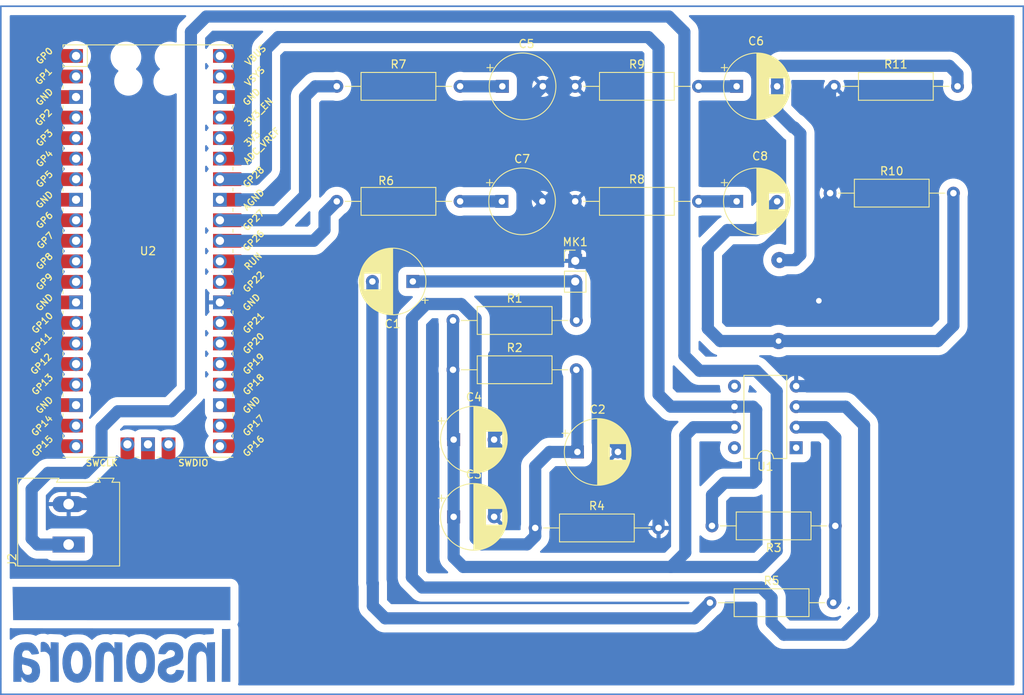
<source format=kicad_pcb>
(kicad_pcb (version 20221018) (generator pcbnew)
  (layers (0 "F.Cu" signal) (31 "B.Cu" signal) (34 "B.Paste" user) (35 "F.Paste" user) (36 "B.SilkS" user "B.Silkscreen") (37 "F.SilkS" user "F.Silkscreen") (38 "B.Mask" user) (39 "F.Mask" user) (44 "Edge.Cuts" user))
  (net 0 "")
  (net 1 "Net-(MK1-+)")
  (net 2 "Net-(U1--)")
  (net 3 "Net-(U1-+)")
  (net 4 "Net-(C1-Pad2)")
  (net 6 "GND")
  (net 7 "+3.3V")
  (net 8 "Net-(C8-Pad2)")
  (net 9 "Net-(U2-GPIO28_ADC2)")
  (net 10 "Net-(U2-GPIO26_ADC0)")
  (net 11 "Net-(U2-GPIO27_ADC1)")
  (net 52 "Net-(C5-Pad1)")
  (net 53 "Net-(C6-Pad2)")
  (net 54 "Net-(C7-Pad1)")
  (net 55 "unconnected-(U2-AGND-Pad33)")
  (footprint "TerminalBlock:TerminalBlock_Altech_AK300-2_P5.00mm" (layer "F.Cu") (at 27.315349 84.6038 90)
    (fp_text reference "J2")
    (fp_text value "Screw_Terminal_01x02")
  )
  (footprint "Resistor_THT:R_Axial_DIN0309_L9.0mm_D3.2mm_P15.24mm_Horizontal" (layer "F.Cu") (at 60.452 27.94)
    (fp_text reference "R7")
    (fp_text value "220")
  )
  (footprint "Package_DIP:DIP-8_W7.62mm" (layer "F.Cu") (at 117.221349 72.634 180)
    (fp_text reference "U1")
    (fp_text value "TL071")
  )
  (footprint "Capacitor_THT:CP_Radial_D8.0mm_P5.00mm" (layer "F.Cu") (at 69.85 52.07 180)
    (fp_text reference "C1")
    (fp_text value "1uf")
  )
  (footprint "Resistor_THT:R_Axial_DIN0309_L9.0mm_D3.2mm_P15.24mm_Horizontal" (layer "F.Cu") (at 106.563349 91.796)
    (fp_text reference "R5")
    (fp_text value "10k")
  )
  (footprint "MCU_RaspberryPi_and_Boards:RPi_Pico_SMD_TH" (layer "F.Cu") (at 37.119749 48.3108)
    (fp_text reference "U2")
    (fp_text value "Pico")
  )
  (footprint "Capacitor_THT:CP_Radial_D8.0mm_P5.00mm" (layer "F.Cu") (at 74.893349 71.628)
    (fp_text reference "C4")
    (fp_text value "460uf")
  )
  (footprint "Resistor_THT:R_Axial_DIN0309_L9.0mm_D3.2mm_P15.24mm_Horizontal" (layer "F.Cu") (at 89.916 42.164)
    (fp_text reference "R8")
    (fp_text value "100")
  )
  (footprint "Connector_PinHeader_2.54mm:PinHeader_1x02_P2.54mm_Vertical" (layer "F.Cu") (at 89.916 49.525)
    (fp_text reference "MK1")
    (fp_text value "Microphone")
  )
  (footprint "Capacitor_THT:CP_Radial_D8.0mm_P5.00mm" (layer "F.Cu") (at 109.865349 42.164)
    (fp_text reference "C8")
    (fp_text value "47uF")
  )
  (footprint "Resistor_THT:R_Axial_DIN0309_L9.0mm_D3.2mm_P15.24mm_Horizontal" (layer "F.Cu") (at 74.813349 62.992)
    (fp_text reference "R2")
    (fp_text value "100k")
  )
  (footprint "demo.preety:logo" (layer "F.Cu") (at 33.919349 93.0148)
    (fp_text reference "G***" hide)
    (fp_text value "LOGO" hide)
  )
  (footprint "Resistor_THT:R_Axial_DIN0309_L9.0mm_D3.2mm_P15.24mm_Horizontal" (layer "F.Cu") (at 60.452 42.164)
    (fp_text reference "R6")
    (fp_text value "220")
  )
  (footprint "Resistor_THT:R_Axial_DIN0309_L9.0mm_D3.2mm_P15.24mm_Horizontal" (layer "F.Cu") (at 121.92 27.94)
    (fp_text reference "R11")
    (fp_text value "1,8k")
  )
  (footprint "Capacitor_THT:CP_Radial_D8.0mm_P5.00mm" (layer "F.Cu") (at 90.190698 73.152)
    (fp_text reference "C2")
    (fp_text value "10uf")
  )
  (footprint "Resistor_THT:R_Axial_DIN0309_L9.0mm_D3.2mm_P15.24mm_Horizontal" (layer "F.Cu") (at 74.813349 56.896)
    (fp_text reference "R1")
    (fp_text value "10k")
  )
  (footprint "Capacitor_THT:CP_Radial_Tantal_D8.0mm_P5.00mm" (layer "F.Cu") (at 80.852 42.164)
    (fp_text reference "C7")
    (fp_text value "100nF")
  )
  (footprint "Capacitor_THT:CP_Radial_Tantal_D8.0mm_P5.00mm" (layer "F.Cu") (at 80.909349 27.94)
    (fp_text reference "C5")
    (fp_text value "100nF")
  )
  (footprint "Resistor_THT:R_Axial_DIN0309_L9.0mm_D3.2mm_P15.24mm_Horizontal" (layer "F.Cu") (at 122.057349 82.296 180)
    (fp_text reference "R3")
    (fp_text value "100k")
  )
  (footprint "Resistor_THT:R_Axial_DIN0309_L9.0mm_D3.2mm_P15.24mm_Horizontal" (layer "F.Cu") (at 121.412 41.148)
    (fp_text reference "R10")
    (fp_text value "1,8k")
  )
  (footprint "Resistor_THT:R_Axial_DIN0309_L9.0mm_D3.2mm_P15.24mm_Horizontal" (layer "F.Cu") (at 84.973349 82.55)
    (fp_text reference "R4")
    (fp_text value "100k")
  )
  (footprint "Capacitor_THT:CP_Radial_D8.0mm_P5.00mm" (layer "F.Cu") (at 74.893349 81.178)
    (fp_text reference "C3")
    (fp_text value "10uF")
  )
  (footprint "Capacitor_THT:CP_Radial_D8.0mm_P5.00mm" (layer "F.Cu") (at 109.865349 27.94)
    (fp_text reference "C6")
    (fp_text value "47uF")
  )
  (footprint "Resistor_THT:R_Axial_DIN0309_L9.0mm_D3.2mm_P15.24mm_Horizontal" (layer "F.Cu") (at 89.916 27.94)
    (fp_text reference "R9")
    (fp_text value "100")
  )
  (gr_line (start 18.933349 18.034) (end 18.933349 101.219) (stroke (width 0.2)) (layer "B.Cu"))
  (gr_line (start 18.933349 103.124) (end 145.298349 103.124) (stroke (width 0.2)) (layer "B.Cu"))
  (gr_line (start 18.933349 101.219) (end 18.933349 103.124) (stroke (width 0.2)) (layer "B.Cu"))
  (gr_line (start 145.298349 18.034) (end 145.298349 22.479) (stroke (width 0.2)) (layer "B.Cu"))
  (gr_line (start 53.858349 18.034) (end 18.933349 18.034) (stroke (width 0.2)) (layer "B.Cu"))
  (gr_line (start 140.853349 18.034) (end 145.298349 18.034) (stroke (width 0.2)) (layer "B.Cu"))
  (gr_line (start 145.298349 103.124) (end 145.298349 22.479) (stroke (width 0.2)) (layer "B.Cu"))
  (gr_line (start 53.858349 18.034) (end 140.853349 18.034) (stroke (width 0.2)) (layer "B.Cu"))
  (segment (start 69.855 52.065) (end 69.85 52.07) (width 1.5) (layer "B.Cu") (net 1))
  (segment (start 90.053349 56.896) (end 90.053349 52.202349) (width 1.5) (layer "B.Cu") (net 1))
  (segment (start 89.916 52.065) (end 69.855 52.065) (width 1.5) (layer "B.Cu") (net 1))
  (segment (start 90.053349 52.202349) (end 89.916 52.065) (width 1.5) (layer "B.Cu") (net 1))
  (segment (start 122.057349 71.374) (end 120.777349 70.094) (width 1.5) (layer "B.Cu") (net 2))
  (segment (start 120.777349 70.094) (end 117.221349 70.094) (width 1.5) (layer "B.Cu") (net 2))
  (segment (start 122.057349 91.542) (end 121.803349 91.796) (width 1.5) (layer "B.Cu") (net 2))
  (segment (start 122.057349 82.296) (end 122.057349 71.374) (width 1.5) (layer "B.Cu") (net 2))
  (segment (start 122.057349 82.296) (end 122.057349 91.542) (width 1.5) (layer "B.Cu") (net 2))
  (segment (start 115.707349 95.758) (end 114.183349 94.234) (width 1.5) (layer "B.Cu") (net 3))
  (segment (start 69.733349 88.646) (end 69.733349 56.642) (width 1.5) (layer "B.Cu") (net 3))
  (segment (start 123.073349 95.758) (end 115.707349 95.758) (width 1.5) (layer "B.Cu") (net 3))
  (segment (start 117.221349 67.554) (end 123.317349 67.554) (width 1.5) (layer "B.Cu") (net 3))
  (segment (start 71.003349 89.916) (end 69.733349 88.646) (width 1.5) (layer "B.Cu") (net 3))
  (segment (start 84.973349 83.566) (end 84.973349 82.55) (width 1.5) (layer "B.Cu") (net 3))
  (segment (start 90.190698 73.152) (end 90.190698 63.129349) (width 1.5) (layer "B.Cu") (net 3))
  (segment (start 77.607349 83.82) (end 78.369349 84.582) (width 1.5) (layer "B.Cu") (net 3))
  (segment (start 114.183349 91.186) (end 112.913349 89.916) (width 1.5) (layer "B.Cu") (net 3))
  (segment (start 84.973349 82.55) (end 84.973349 74.93) (width 1.5) (layer "B.Cu") (net 3))
  (segment (start 83.957349 84.582) (end 84.973349 83.566) (width 1.5) (layer "B.Cu") (net 3))
  (segment (start 71.511349 54.864) (end 75.829349 54.864) (width 1.5) (layer "B.Cu") (net 3))
  (segment (start 112.913349 89.916) (end 71.003349 89.916) (width 1.5) (layer "B.Cu") (net 3))
  (segment (start 114.183349 94.234) (end 114.183349 91.186) (width 1.5) (layer "B.Cu") (net 3))
  (segment (start 78.369349 84.582) (end 83.957349 84.582) (width 1.5) (layer "B.Cu") (net 3))
  (segment (start 123.317349 67.554) (end 125.613349 69.85) (width 1.5) (layer "B.Cu") (net 3))
  (segment (start 77.607349 56.642) (end 77.607349 83.82) (width 1.5) (layer "B.Cu") (net 3))
  (segment (start 86.751349 73.152) (end 90.190698 73.152) (width 1.5) (layer "B.Cu") (net 3))
  (segment (start 69.733349 56.642) (end 71.511349 54.864) (width 1.5) (layer "B.Cu") (net 3))
  (segment (start 125.613349 69.85) (end 125.613349 93.218) (width 1.5) (layer "B.Cu") (net 3))
  (segment (start 75.829349 54.864) (end 77.607349 56.642) (width 1.5) (layer "B.Cu") (net 3))
  (segment (start 84.973349 74.93) (end 86.751349 73.152) (width 1.5) (layer "B.Cu") (net 3))
  (segment (start 125.613349 93.218) (end 123.073349 95.758) (width 1.5) (layer "B.Cu") (net 3))
  (segment (start 90.190698 63.129349) (end 90.053349 62.992) (width 1.5) (layer "B.Cu") (net 3))
  (segment (start 64.85 89.350651) (end 64.85 52.07) (width 1.5) (layer "B.Cu") (net 4))
  (segment (start 106.563349 91.796) (end 104.633349 93.726) (width 1.5) (layer "B.Cu") (net 4))
  (segment (start 64.907349 92.202) (end 64.907349 89.408) (width 1.5) (layer "B.Cu") (net 4))
  (segment (start 104.633349 93.726) (end 66.431349 93.726) (width 1.5) (layer "B.Cu") (net 4))
  (segment (start 64.907349 89.408) (end 64.85 89.350651) (width 1.5) (layer "B.Cu") (net 4))
  (segment (start 66.431349 93.726) (end 64.907349 92.202) (width 1.5) (layer "B.Cu") (net 4))
  (via (at 120.025349 54.4576) (size 2) (drill 0.7) (layers "F.Cu" "B.Cu") (net 6))
  (segment (start 79.893349 71.628) (end 79.893349 61.214) (width 1.5) (layer "B.Cu") (net 6))
  (segment (start 81.417349 59.69) (end 94.234 59.69) (width 1.5) (layer "B.Cu") (net 6))
  (segment (start 59.827349 79.2988) (end 59.827349 55.2196) (width 1.5) (layer "B.Cu") (net 6))
  (segment (start 95.190698 66.998651) (end 94.488 66.295953) (width 1.5) (layer "B.Cu") (net 6))
  (segment (start 84.385349 40.582651) (end 84.385349 29.464) (width 1.5) (layer "B.Cu") (net 6))
  (segment (start 61.351349 47.498) (end 62.875349 45.974) (width 1.5) (layer "B.Cu") (net 6))
  (segment (start 121.412 28.448) (end 121.92 27.94) (width 1.5) (layer "B.Cu") (net 6))
  (segment (start 117.221349 65.014) (end 139.593349 65.014) (width 1.5) (layer "B.Cu") (net 6))
  (segment (start 139.329349 99.06) (end 61.859349 99.06) (width 1.5) (layer "B.Cu") (net 6))
  (segment (start 85.852 42.164) (end 84.328 40.64) (width 1.5) (layer "B.Cu") (net 6))
  (segment (start 27.315349 79.6038) (end 59.522349 79.6038) (width 1.5) (layer "B.Cu") (net 6))
  (segment (start 59.827349 97.028) (end 59.827349 85.344) (width 1.5) (layer "B.Cu") (net 6))
  (segment (start 121.412 41.148) (end 121.412 35.814) (width 1.5) (layer "B.Cu") (net 6))
  (segment (start 85.852 45.095349) (end 85.852 42.164) (width 1.5) (layer "B.Cu") (net 6))
  (segment (start 89.916 27.94) (end 85.909349 27.94) (width 1.5) (layer "B.Cu") (net 6))
  (segment (start 94.488 66.295953) (end 94.488 59.944) (width 1.5) (layer "B.Cu") (net 6))
  (segment (start 59.827349 85.344) (end 59.827349 84.074) (width 1.5) (layer "B.Cu") (net 6))
  (segment (start 94.234 59.69) (end 94.488 59.944) (width 1.5) (layer "B.Cu") (net 6))
  (segment (start 79.893349 61.214) (end 81.417349 59.69) (width 1.5) (layer "B.Cu") (net 6))
  (segment (start 141.107349 63.5) (end 141.107349 38.354) (width 1.5) (layer "B.Cu") (net 6))
  (segment (start 120.025349 54.4576) (end 120.177749 54.4576) (width 1.5) (layer "B.Cu") (net 6))
  (segment (start 59.522349 79.6038) (end 59.827349 79.2988) (width 1.5) (layer "B.Cu") (net 6))
  (segment (start 84.385349 29.464) (end 85.909349 27.94) (width 1.5) (layer "B.Cu") (net 6))
  (segment (start 89.921585 49.525) (end 89.916 49.525) (width 1.5) (layer "B.Cu") (net 6))
  (segment (start 121.412 35.814) (end 121.412 28.448) (width 1.5) (layer "B.Cu") (net 6))
  (segment (start 46.009749 54.6608) (end 59.268549 54.6608) (width 1.5) (layer "B.Cu") (net 6))
  (segment (start 141.107349 63.5) (end 141.107349 97.282) (width 1.5) (layer "B.Cu") (net 6))
  (segment (start 90.180585 49.784) (end 89.921585 49.525) (width 1.5) (layer "B.Cu") (net 6))
  (segment (start 138.567349 35.814) (end 121.412 35.814) (width 1.5) (layer "B.Cu") (net 6))
  (segment (start 100.213349 74.676) (end 98.689349 73.152) (width 1.5) (layer "B.Cu") (net 6))
  (segment (start 89.916 49.525) (end 89.916 42.164) (width 1.5) (layer "B.Cu") (net 6))
  (segment (start 94.488 59.944) (end 94.488 51.816) (width 1.5) (layer "B.Cu") (net 6))
  (segment (start 59.827349 84.074) (end 59.827349 79.2988) (width 1.5) (layer "B.Cu") (net 6))
  (segment (start 94.488 51.816) (end 92.456 49.784) (width 1.5) (layer "B.Cu") (net 6))
  (segment (start 141.107349 38.354) (end 138.567349 35.814) (width 1.5) (layer "B.Cu") (net 6))
  (segment (start 59.268549 54.6608) (end 61.351349 52.578) (width 1.5) (layer "B.Cu") (net 6))
  (segment (start 100.213349 82.55) (end 100.213349 74.676) (width 1.5) (layer "B.Cu") (net 6))
  (segment (start 59.827349 55.2196) (end 59.268549 54.6608) (width 1.5) (layer "B.Cu") (net 6))
  (segment (start 84.973349 45.974) (end 85.852 45.095349) (width 1.5) (layer "B.Cu") (net 6))
  (segment (start 79.893349 71.628) (end 79.893349 81.178) (width 1.5) (layer "B.Cu") (net 6))
  (segment (start 59.747349 85.424) (end 59.827349 85.344) (width 1.5) (layer "B.Cu") (net 6))
  (segment (start 95.190698 73.152) (end 95.190698 66.998651) (width 1.5) (layer "B.Cu") (net 6))
  (segment (start 61.859349 99.06) (end 59.827349 97.028) (width 1.5) (layer "B.Cu") (net 6))
  (segment (start 139.593349 65.014) (end 141.107349 63.5) (width 1.5) (layer "B.Cu") (net 6))
  (segment (start 120.177749 54.4576) (end 121.412 53.223349) (width 1.5) (layer "B.Cu") (net 6))
  (segment (start 98.689349 73.152) (end 95.190698 73.152) (width 1.5) (layer "B.Cu") (net 6))
  (segment (start 61.351349 52.578) (end 61.351349 47.498) (width 1.5) (layer "B.Cu") (net 6))
  (segment (start 84.328 40.64) (end 84.385349 40.582651) (width 1.5) (layer "B.Cu") (net 6))
  (segment (start 141.107349 97.282) (end 139.329349 99.06) (width 1.5) (layer "B.Cu") (net 6))
  (segment (start 92.456 49.784) (end 90.180585 49.784) (width 1.5) (layer "B.Cu") (net 6))
  (segment (start 62.875349 45.974) (end 84.973349 45.974) (width 1.5) (layer "B.Cu") (net 6))
  (segment (start 89.916 42.164) (end 85.852 42.164) (width 1.5) (layer "B.Cu") (net 6))
  (segment (start 121.412 53.223349) (end 121.412 41.148) (width 1.5) (layer "B.Cu") (net 6))
  (segment (start 101.483349 19.304) (end 103.406 21.226651) (width 1.5) (layer "B.Cu") (net 7))
  (segment (start 101.737349 87.376) (end 103.515349 85.598) (width 1.5) (layer "B.Cu") (net 7))
  (segment (start 42.428349 65.7098) (end 42.428349 21.209) (width 1.5) (layer "B.Cu") (net 7))
  (segment (start 112.786349 87.376) (end 101.737349 87.376) (width 1.5) (layer "B.Cu") (net 7))
  (segment (start 114.818349 65.659) (end 114.818349 85.344) (width 1.5) (layer "B.Cu") (net 7))
  (segment (start 29.347349 75.7428) (end 31.379349 73.7108) (width 1.5) (layer "B.Cu") (net 7))
  (segment (start 103.406 61.231651) (end 105.293349 63.119) (width 1.5) (layer "B.Cu") (net 7))
  (segment (start 33.411349 68.1228) (end 40.015349 68.1228) (width 1.5) (layer "B.Cu") (net 7))
  (segment (start 27.315349 84.6038) (end 23.476349 84.6038) (width 1.5) (layer "B.Cu") (net 7))
  (segment (start 42.428349 21.209) (end 44.333349 19.304) (width 1.5) (layer "B.Cu") (net 7))
  (segment (start 24.775349 75.7428) (end 29.347349 75.7428) (width 1.5) (layer "B.Cu") (net 7))
  (segment (start 74.893349 86.186) (end 76.083349 87.376) (width 1.5) (layer "B.Cu") (net 7))
  (segment (start 105.293349 63.119) (end 112.278349 63.119) (width 1.5) (layer "B.Cu") (net 7))
  (segment (start 103.406 21.226651) (end 103.406 61.231651) (width 1.5) (layer "B.Cu") (net 7))
  (segment (start 40.015349 68.1228) (end 42.428349 65.7098) (width 1.5) (layer "B.Cu") (net 7))
  (segment (start 22.743349 83.8708) (end 22.743349 77.7748) (width 1.5) (layer "B.Cu") (net 7))
  (segment (start 74.893349 81.178) (end 74.893349 86.186) (width 1.5) (layer "B.Cu") (net 7))
  (segment (start 23.476349 84.6038) (end 22.743349 83.8708) (width 1.5) (layer "B.Cu") (net 7))
  (segment (start 74.813349 62.992) (end 74.813349 71.548) (width 1.5) (layer "B.Cu") (net 7))
  (segment (start 76.083349 87.376) (end 101.737349 87.376) (width 1.5) (layer "B.Cu") (net 7))
  (segment (start 22.743349 77.7748) (end 24.775349 75.7428) (width 1.5) (layer "B.Cu") (net 7))
  (segment (start 104.541349 70.094) (end 109.601349 70.094) (width 1.5) (layer "B.Cu") (net 7))
  (segment (start 114.818349 85.344) (end 112.786349 87.376) (width 1.5) (layer "B.Cu") (net 7))
  (segment (start 103.515349 71.12) (end 104.541349 70.094) (width 1.5) (layer "B.Cu") (net 7))
  (segment (start 31.379349 73.7108) (end 31.379349 70.1548) (width 1.5) (layer "B.Cu") (net 7))
  (segment (start 74.893349 71.628) (end 74.893349 81.178) (width 1.5) (layer "B.Cu") (net 7))
  (segment (start 112.278349 63.119) (end 114.818349 65.659) (width 1.5) (layer "B.Cu") (net 7))
  (segment (start 31.379349 70.1548) (end 33.411349 68.1228) (width 1.5) (layer "B.Cu") (net 7))
  (segment (start 74.813349 71.548) (end 74.893349 71.628) (width 1.5) (layer "B.Cu") (net 7))
  (segment (start 74.813349 56.896) (end 74.813349 62.992) (width 1.5) (layer "B.Cu") (net 7))
  (segment (start 44.333349 19.304) (end 101.483349 19.304) (width 1.5) (layer "B.Cu") (net 7))
  (segment (start 103.515349 85.598) (end 103.515349 71.12) (width 1.5) (layer "B.Cu") (net 7))
  (via (at 115.046949 59.436) (size 2) (drill 0.7) (layers "F.Cu" "B.Cu") (net 8))
  (segment (start 112.268 45.72) (end 113.284 44.704) (width 1.5) (layer "B.Cu") (net 8))
  (segment (start 115.046949 59.436) (end 107.833349 59.436) (width 1.5) (layer "B.Cu") (net 8))
  (segment (start 113.284 43.745349) (end 114.865349 42.164) (width 1.5) (layer "B.Cu") (net 8))
  (segment (start 136.652 57.520651) (end 136.652 41.148) (width 1.5) (layer "B.Cu") (net 8))
  (segment (start 113.284 44.704) (end 113.284 43.745349) (width 1.5) (layer "B.Cu") (net 8))
  (segment (start 106.309349 48.122651) (end 108.712 45.72) (width 1.5) (layer "B.Cu") (net 8))
  (segment (start 136.652 57.520651) (end 134.736651 59.436) (width 1.5) (layer "B.Cu") (net 8))
  (segment (start 106.309349 57.912) (end 106.309349 48.122651) (width 1.5) (layer "B.Cu") (net 8))
  (segment (start 108.712 45.72) (end 112.268 45.72) (width 1.5) (layer "B.Cu") (net 8))
  (segment (start 107.833349 59.436) (end 106.309349 57.912) (width 1.5) (layer "B.Cu") (net 8))
  (segment (start 134.736651 59.436) (end 115.046949 59.436) (width 1.5) (layer "B.Cu") (net 8))
  (segment (start 51.699349 38.1) (end 50.378549 39.4208) (width 1.5) (layer "B.Cu") (net 9))
  (segment (start 108.341349 76.962) (end 111.897349 76.962) (width 1.5) (layer "B.Cu") (net 9))
  (segment (start 109.601349 67.554) (end 101.727349 67.554) (width 1.5) (layer "B.Cu") (net 9))
  (segment (start 106.817349 82.296) (end 106.817349 78.486) (width 1.5) (layer "B.Cu") (net 9))
  (segment (start 53.223349 21.844) (end 51.699349 23.368) (width 1.5) (layer "B.Cu") (net 9))
  (segment (start 112.278349 67.945) (end 111.887349 67.554) (width 1.5) (layer "B.Cu") (net 9))
  (segment (start 53.223349 21.844) (end 98.943349 21.844) (width 1.5) (layer "B.Cu") (net 9))
  (segment (start 111.887349 67.554) (end 109.601349 67.554) (width 1.5) (layer "B.Cu") (net 9))
  (segment (start 111.897349 76.962) (end 112.278349 76.581) (width 1.5) (layer "B.Cu") (net 9))
  (segment (start 50.378549 39.4208) (end 46.009749 39.4208) (width 1.5) (layer "B.Cu") (net 9))
  (segment (start 112.278349 76.581) (end 112.278349 67.945) (width 1.5) (layer "B.Cu") (net 9))
  (segment (start 106.817349 78.486) (end 108.341349 76.962) (width 1.5) (layer "B.Cu") (net 9))
  (segment (start 101.727349 67.554) (end 100.213349 66.04) (width 1.5) (layer "B.Cu") (net 9))
  (segment (start 100.213349 23.114) (end 98.943349 21.844) (width 1.5) (layer "B.Cu") (net 9))
  (segment (start 51.699349 23.368) (end 51.699349 38.1) (width 1.5) (layer "B.Cu") (net 9))
  (segment (start 100.213349 66.04) (end 100.213349 23.114) (width 1.5) (layer "B.Cu") (net 9))
  (segment (start 46.009749 47.0408) (end 57.592149 47.0408) (width 1.5) (layer "B.Cu") (net 10))
  (segment (start 58.938349 43.677651) (end 60.452 42.164) (width 1.5) (layer "B.Cu") (net 10))
  (segment (start 57.592149 47.0408) (end 58.938349 45.6946) (width 1.5) (layer "B.Cu") (net 10))
  (segment (start 58.938349 45.6946) (end 58.938349 43.677651) (width 1.5) (layer "B.Cu") (net 10))
  (segment (start 57.795349 27.94) (end 60.452 27.94) (width 1.5) (layer "B.Cu") (net 11))
  (segment (start 56.525349 41.402) (end 56.525349 29.21) (width 1.5) (layer "B.Cu") (net 11))
  (segment (start 46.009749 44.5008) (end 53.426549 44.5008) (width 1.5) (layer "B.Cu") (net 11))
  (segment (start 53.426549 44.5008) (end 56.525349 41.402) (width 1.5) (layer "B.Cu") (net 11))
  (segment (start 56.525349 29.21) (end 57.795349 27.94) (width 1.5) (layer "B.Cu") (net 11))
  (segment (start 105.156 27.94) (end 109.865349 27.94) (width 1.5) (layer "B.Cu") (net 52))
  (segment (start 75.692 27.94) (end 80.909349 27.94) (width 1.5) (layer "B.Cu") (net 52))
  (via (at 115.148549 49.4284) (size 2) (drill 0.7) (layers "F.Cu" "B.Cu") (net 53))
  (segment (start 137.16 26.416) (end 136.144 25.4) (width 1.5) (layer "B.Cu") (net 53))
  (segment (start 116.977349 33.02) (end 117.739349 33.782) (width 1.5) (layer "B.Cu") (net 53))
  (segment (start 117.739349 48.768) (end 117.071349 49.436) (width 1.5) (layer "B.Cu") (net 53))
  (segment (start 116.84 33.02) (end 116.977349 33.02) (width 1.5) (layer "B.Cu") (net 53))
  (segment (start 137.16 27.94) (end 137.16 26.416) (width 1.5) (layer "B.Cu") (net 53))
  (segment (start 117.071349 49.436) (end 115.156149 49.436) (width 1.5) (layer "B.Cu") (net 53))
  (segment (start 114.808 30.988) (end 116.84 33.02) (width 1.5) (layer "B.Cu") (net 53))
  (segment (start 114.865349 27.94) (end 114.865349 30.930651) (width 1.5) (layer "B.Cu") (net 53))
  (segment (start 115.156149 49.436) (end 115.148549 49.4284) (width 1.5) (layer "B.Cu") (net 53))
  (segment (start 114.865349 30.930651) (end 114.808 30.988) (width 1.5) (layer "B.Cu") (net 53))
  (segment (start 115.065349 49.436) (end 115.140949 49.436) (width 1.5) (layer "B.Cu") (net 53))
  (segment (start 114.865349 25.850651) (end 115.316 25.4) (width 1.5) (layer "B.Cu") (net 53))
  (segment (start 115.140949 49.436) (end 115.148549 49.4284) (width 1.5) (layer "B.Cu") (net 53))
  (segment (start 136.144 25.4) (end 115.316 25.4) (width 1.5) (layer "B.Cu") (net 53))
  (segment (start 114.865349 27.94) (end 114.865349 25.850651) (width 1.5) (layer "B.Cu") (net 53))
  (segment (start 117.739349 33.782) (end 117.739349 48.768) (width 1.5) (layer "B.Cu") (net 53))
  (segment (start 105.156 42.164) (end 109.865349 42.164) (width 1.5) (layer "B.Cu") (net 54))
  (segment (start 80.852 42.164) (end 75.692 42.164) (width 1.5) (layer "B.Cu") (net 54))
  (segment (start 46.004164 41.9608) (end 45.953364 41.91) (width 1.5) (layer "B.Cu") (net 55))
  (segment (start 46.009749 41.9608) (end 46.004164 41.9608) (width 1.5) (layer "B.Cu") (net 55))
  (zone (net 6) (net_name "GND") (layer "B.Cu") (connect_pads (clearance 1)) (min_thickness 0.25) (fill yes (thermal_gap 0.5) (thermal_bridge_width 0.5) (island_removal_mode 1) (island_area_min 10))
    (polygon (pts (xy 18.933349 18.034) (xy 145.298349 18.034) (xy 145.298349 103.124) (xy 18.933349 103.124)))
  )
)
</source>
